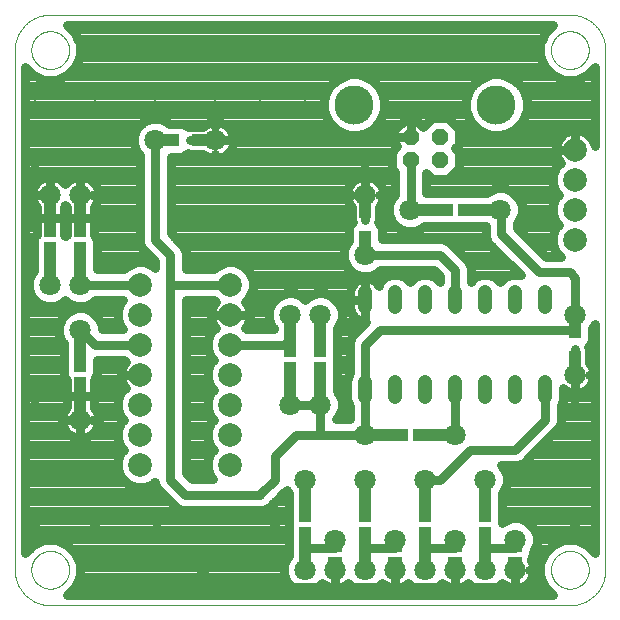
<source format=gtl>
G75*
%MOIN*%
%OFA0B0*%
%FSLAX25Y25*%
%IPPOS*%
%LPD*%
%AMOC8*
5,1,8,0,0,1.08239X$1,22.5*
%
%ADD10C,0.00000*%
%ADD11R,0.03937X0.10236*%
%ADD12C,0.07087*%
%ADD13C,0.07874*%
%ADD14C,0.04800*%
%ADD15R,0.12598X0.03937*%
%ADD16OC8,0.05610*%
%ADD17C,0.13055*%
%ADD18R,0.03937X0.12598*%
%ADD19R,0.10236X0.03937*%
%ADD20R,0.04724X0.03150*%
%ADD21C,0.03150*%
%ADD22C,0.03150*%
D10*
X0005724Y0017535D02*
X0005724Y0190764D01*
X0011236Y0190764D02*
X0011238Y0190922D01*
X0011244Y0191080D01*
X0011254Y0191238D01*
X0011268Y0191396D01*
X0011286Y0191553D01*
X0011307Y0191710D01*
X0011333Y0191866D01*
X0011363Y0192022D01*
X0011396Y0192177D01*
X0011434Y0192330D01*
X0011475Y0192483D01*
X0011520Y0192635D01*
X0011569Y0192786D01*
X0011622Y0192935D01*
X0011678Y0193083D01*
X0011738Y0193229D01*
X0011802Y0193374D01*
X0011870Y0193517D01*
X0011941Y0193659D01*
X0012015Y0193799D01*
X0012093Y0193936D01*
X0012175Y0194072D01*
X0012259Y0194206D01*
X0012348Y0194337D01*
X0012439Y0194466D01*
X0012534Y0194593D01*
X0012631Y0194718D01*
X0012732Y0194840D01*
X0012836Y0194959D01*
X0012943Y0195076D01*
X0013053Y0195190D01*
X0013166Y0195301D01*
X0013281Y0195410D01*
X0013399Y0195515D01*
X0013520Y0195617D01*
X0013643Y0195717D01*
X0013769Y0195813D01*
X0013897Y0195906D01*
X0014027Y0195996D01*
X0014160Y0196082D01*
X0014295Y0196166D01*
X0014431Y0196245D01*
X0014570Y0196322D01*
X0014711Y0196394D01*
X0014853Y0196464D01*
X0014997Y0196529D01*
X0015143Y0196591D01*
X0015290Y0196649D01*
X0015439Y0196704D01*
X0015589Y0196755D01*
X0015740Y0196802D01*
X0015892Y0196845D01*
X0016045Y0196884D01*
X0016200Y0196920D01*
X0016355Y0196951D01*
X0016511Y0196979D01*
X0016667Y0197003D01*
X0016824Y0197023D01*
X0016982Y0197039D01*
X0017139Y0197051D01*
X0017298Y0197059D01*
X0017456Y0197063D01*
X0017614Y0197063D01*
X0017772Y0197059D01*
X0017931Y0197051D01*
X0018088Y0197039D01*
X0018246Y0197023D01*
X0018403Y0197003D01*
X0018559Y0196979D01*
X0018715Y0196951D01*
X0018870Y0196920D01*
X0019025Y0196884D01*
X0019178Y0196845D01*
X0019330Y0196802D01*
X0019481Y0196755D01*
X0019631Y0196704D01*
X0019780Y0196649D01*
X0019927Y0196591D01*
X0020073Y0196529D01*
X0020217Y0196464D01*
X0020359Y0196394D01*
X0020500Y0196322D01*
X0020639Y0196245D01*
X0020775Y0196166D01*
X0020910Y0196082D01*
X0021043Y0195996D01*
X0021173Y0195906D01*
X0021301Y0195813D01*
X0021427Y0195717D01*
X0021550Y0195617D01*
X0021671Y0195515D01*
X0021789Y0195410D01*
X0021904Y0195301D01*
X0022017Y0195190D01*
X0022127Y0195076D01*
X0022234Y0194959D01*
X0022338Y0194840D01*
X0022439Y0194718D01*
X0022536Y0194593D01*
X0022631Y0194466D01*
X0022722Y0194337D01*
X0022811Y0194206D01*
X0022895Y0194072D01*
X0022977Y0193936D01*
X0023055Y0193799D01*
X0023129Y0193659D01*
X0023200Y0193517D01*
X0023268Y0193374D01*
X0023332Y0193229D01*
X0023392Y0193083D01*
X0023448Y0192935D01*
X0023501Y0192786D01*
X0023550Y0192635D01*
X0023595Y0192483D01*
X0023636Y0192330D01*
X0023674Y0192177D01*
X0023707Y0192022D01*
X0023737Y0191866D01*
X0023763Y0191710D01*
X0023784Y0191553D01*
X0023802Y0191396D01*
X0023816Y0191238D01*
X0023826Y0191080D01*
X0023832Y0190922D01*
X0023834Y0190764D01*
X0023832Y0190606D01*
X0023826Y0190448D01*
X0023816Y0190290D01*
X0023802Y0190132D01*
X0023784Y0189975D01*
X0023763Y0189818D01*
X0023737Y0189662D01*
X0023707Y0189506D01*
X0023674Y0189351D01*
X0023636Y0189198D01*
X0023595Y0189045D01*
X0023550Y0188893D01*
X0023501Y0188742D01*
X0023448Y0188593D01*
X0023392Y0188445D01*
X0023332Y0188299D01*
X0023268Y0188154D01*
X0023200Y0188011D01*
X0023129Y0187869D01*
X0023055Y0187729D01*
X0022977Y0187592D01*
X0022895Y0187456D01*
X0022811Y0187322D01*
X0022722Y0187191D01*
X0022631Y0187062D01*
X0022536Y0186935D01*
X0022439Y0186810D01*
X0022338Y0186688D01*
X0022234Y0186569D01*
X0022127Y0186452D01*
X0022017Y0186338D01*
X0021904Y0186227D01*
X0021789Y0186118D01*
X0021671Y0186013D01*
X0021550Y0185911D01*
X0021427Y0185811D01*
X0021301Y0185715D01*
X0021173Y0185622D01*
X0021043Y0185532D01*
X0020910Y0185446D01*
X0020775Y0185362D01*
X0020639Y0185283D01*
X0020500Y0185206D01*
X0020359Y0185134D01*
X0020217Y0185064D01*
X0020073Y0184999D01*
X0019927Y0184937D01*
X0019780Y0184879D01*
X0019631Y0184824D01*
X0019481Y0184773D01*
X0019330Y0184726D01*
X0019178Y0184683D01*
X0019025Y0184644D01*
X0018870Y0184608D01*
X0018715Y0184577D01*
X0018559Y0184549D01*
X0018403Y0184525D01*
X0018246Y0184505D01*
X0018088Y0184489D01*
X0017931Y0184477D01*
X0017772Y0184469D01*
X0017614Y0184465D01*
X0017456Y0184465D01*
X0017298Y0184469D01*
X0017139Y0184477D01*
X0016982Y0184489D01*
X0016824Y0184505D01*
X0016667Y0184525D01*
X0016511Y0184549D01*
X0016355Y0184577D01*
X0016200Y0184608D01*
X0016045Y0184644D01*
X0015892Y0184683D01*
X0015740Y0184726D01*
X0015589Y0184773D01*
X0015439Y0184824D01*
X0015290Y0184879D01*
X0015143Y0184937D01*
X0014997Y0184999D01*
X0014853Y0185064D01*
X0014711Y0185134D01*
X0014570Y0185206D01*
X0014431Y0185283D01*
X0014295Y0185362D01*
X0014160Y0185446D01*
X0014027Y0185532D01*
X0013897Y0185622D01*
X0013769Y0185715D01*
X0013643Y0185811D01*
X0013520Y0185911D01*
X0013399Y0186013D01*
X0013281Y0186118D01*
X0013166Y0186227D01*
X0013053Y0186338D01*
X0012943Y0186452D01*
X0012836Y0186569D01*
X0012732Y0186688D01*
X0012631Y0186810D01*
X0012534Y0186935D01*
X0012439Y0187062D01*
X0012348Y0187191D01*
X0012259Y0187322D01*
X0012175Y0187456D01*
X0012093Y0187592D01*
X0012015Y0187729D01*
X0011941Y0187869D01*
X0011870Y0188011D01*
X0011802Y0188154D01*
X0011738Y0188299D01*
X0011678Y0188445D01*
X0011622Y0188593D01*
X0011569Y0188742D01*
X0011520Y0188893D01*
X0011475Y0189045D01*
X0011434Y0189198D01*
X0011396Y0189351D01*
X0011363Y0189506D01*
X0011333Y0189662D01*
X0011307Y0189818D01*
X0011286Y0189975D01*
X0011268Y0190132D01*
X0011254Y0190290D01*
X0011244Y0190448D01*
X0011238Y0190606D01*
X0011236Y0190764D01*
X0005724Y0190764D02*
X0005727Y0191049D01*
X0005738Y0191335D01*
X0005755Y0191620D01*
X0005779Y0191904D01*
X0005810Y0192188D01*
X0005848Y0192471D01*
X0005893Y0192752D01*
X0005944Y0193033D01*
X0006002Y0193313D01*
X0006067Y0193591D01*
X0006139Y0193867D01*
X0006217Y0194141D01*
X0006302Y0194414D01*
X0006394Y0194684D01*
X0006492Y0194952D01*
X0006596Y0195218D01*
X0006707Y0195481D01*
X0006824Y0195741D01*
X0006947Y0195999D01*
X0007077Y0196253D01*
X0007213Y0196504D01*
X0007354Y0196752D01*
X0007502Y0196996D01*
X0007655Y0197237D01*
X0007815Y0197473D01*
X0007980Y0197706D01*
X0008150Y0197935D01*
X0008326Y0198160D01*
X0008508Y0198380D01*
X0008694Y0198596D01*
X0008886Y0198807D01*
X0009083Y0199014D01*
X0009285Y0199216D01*
X0009492Y0199413D01*
X0009703Y0199605D01*
X0009919Y0199791D01*
X0010139Y0199973D01*
X0010364Y0200149D01*
X0010593Y0200319D01*
X0010826Y0200484D01*
X0011062Y0200644D01*
X0011303Y0200797D01*
X0011547Y0200945D01*
X0011795Y0201086D01*
X0012046Y0201222D01*
X0012300Y0201352D01*
X0012558Y0201475D01*
X0012818Y0201592D01*
X0013081Y0201703D01*
X0013347Y0201807D01*
X0013615Y0201905D01*
X0013885Y0201997D01*
X0014158Y0202082D01*
X0014432Y0202160D01*
X0014708Y0202232D01*
X0014986Y0202297D01*
X0015266Y0202355D01*
X0015547Y0202406D01*
X0015828Y0202451D01*
X0016111Y0202489D01*
X0016395Y0202520D01*
X0016679Y0202544D01*
X0016964Y0202561D01*
X0017250Y0202572D01*
X0017535Y0202575D01*
X0190764Y0202575D01*
X0184465Y0190764D02*
X0184467Y0190922D01*
X0184473Y0191080D01*
X0184483Y0191238D01*
X0184497Y0191396D01*
X0184515Y0191553D01*
X0184536Y0191710D01*
X0184562Y0191866D01*
X0184592Y0192022D01*
X0184625Y0192177D01*
X0184663Y0192330D01*
X0184704Y0192483D01*
X0184749Y0192635D01*
X0184798Y0192786D01*
X0184851Y0192935D01*
X0184907Y0193083D01*
X0184967Y0193229D01*
X0185031Y0193374D01*
X0185099Y0193517D01*
X0185170Y0193659D01*
X0185244Y0193799D01*
X0185322Y0193936D01*
X0185404Y0194072D01*
X0185488Y0194206D01*
X0185577Y0194337D01*
X0185668Y0194466D01*
X0185763Y0194593D01*
X0185860Y0194718D01*
X0185961Y0194840D01*
X0186065Y0194959D01*
X0186172Y0195076D01*
X0186282Y0195190D01*
X0186395Y0195301D01*
X0186510Y0195410D01*
X0186628Y0195515D01*
X0186749Y0195617D01*
X0186872Y0195717D01*
X0186998Y0195813D01*
X0187126Y0195906D01*
X0187256Y0195996D01*
X0187389Y0196082D01*
X0187524Y0196166D01*
X0187660Y0196245D01*
X0187799Y0196322D01*
X0187940Y0196394D01*
X0188082Y0196464D01*
X0188226Y0196529D01*
X0188372Y0196591D01*
X0188519Y0196649D01*
X0188668Y0196704D01*
X0188818Y0196755D01*
X0188969Y0196802D01*
X0189121Y0196845D01*
X0189274Y0196884D01*
X0189429Y0196920D01*
X0189584Y0196951D01*
X0189740Y0196979D01*
X0189896Y0197003D01*
X0190053Y0197023D01*
X0190211Y0197039D01*
X0190368Y0197051D01*
X0190527Y0197059D01*
X0190685Y0197063D01*
X0190843Y0197063D01*
X0191001Y0197059D01*
X0191160Y0197051D01*
X0191317Y0197039D01*
X0191475Y0197023D01*
X0191632Y0197003D01*
X0191788Y0196979D01*
X0191944Y0196951D01*
X0192099Y0196920D01*
X0192254Y0196884D01*
X0192407Y0196845D01*
X0192559Y0196802D01*
X0192710Y0196755D01*
X0192860Y0196704D01*
X0193009Y0196649D01*
X0193156Y0196591D01*
X0193302Y0196529D01*
X0193446Y0196464D01*
X0193588Y0196394D01*
X0193729Y0196322D01*
X0193868Y0196245D01*
X0194004Y0196166D01*
X0194139Y0196082D01*
X0194272Y0195996D01*
X0194402Y0195906D01*
X0194530Y0195813D01*
X0194656Y0195717D01*
X0194779Y0195617D01*
X0194900Y0195515D01*
X0195018Y0195410D01*
X0195133Y0195301D01*
X0195246Y0195190D01*
X0195356Y0195076D01*
X0195463Y0194959D01*
X0195567Y0194840D01*
X0195668Y0194718D01*
X0195765Y0194593D01*
X0195860Y0194466D01*
X0195951Y0194337D01*
X0196040Y0194206D01*
X0196124Y0194072D01*
X0196206Y0193936D01*
X0196284Y0193799D01*
X0196358Y0193659D01*
X0196429Y0193517D01*
X0196497Y0193374D01*
X0196561Y0193229D01*
X0196621Y0193083D01*
X0196677Y0192935D01*
X0196730Y0192786D01*
X0196779Y0192635D01*
X0196824Y0192483D01*
X0196865Y0192330D01*
X0196903Y0192177D01*
X0196936Y0192022D01*
X0196966Y0191866D01*
X0196992Y0191710D01*
X0197013Y0191553D01*
X0197031Y0191396D01*
X0197045Y0191238D01*
X0197055Y0191080D01*
X0197061Y0190922D01*
X0197063Y0190764D01*
X0197061Y0190606D01*
X0197055Y0190448D01*
X0197045Y0190290D01*
X0197031Y0190132D01*
X0197013Y0189975D01*
X0196992Y0189818D01*
X0196966Y0189662D01*
X0196936Y0189506D01*
X0196903Y0189351D01*
X0196865Y0189198D01*
X0196824Y0189045D01*
X0196779Y0188893D01*
X0196730Y0188742D01*
X0196677Y0188593D01*
X0196621Y0188445D01*
X0196561Y0188299D01*
X0196497Y0188154D01*
X0196429Y0188011D01*
X0196358Y0187869D01*
X0196284Y0187729D01*
X0196206Y0187592D01*
X0196124Y0187456D01*
X0196040Y0187322D01*
X0195951Y0187191D01*
X0195860Y0187062D01*
X0195765Y0186935D01*
X0195668Y0186810D01*
X0195567Y0186688D01*
X0195463Y0186569D01*
X0195356Y0186452D01*
X0195246Y0186338D01*
X0195133Y0186227D01*
X0195018Y0186118D01*
X0194900Y0186013D01*
X0194779Y0185911D01*
X0194656Y0185811D01*
X0194530Y0185715D01*
X0194402Y0185622D01*
X0194272Y0185532D01*
X0194139Y0185446D01*
X0194004Y0185362D01*
X0193868Y0185283D01*
X0193729Y0185206D01*
X0193588Y0185134D01*
X0193446Y0185064D01*
X0193302Y0184999D01*
X0193156Y0184937D01*
X0193009Y0184879D01*
X0192860Y0184824D01*
X0192710Y0184773D01*
X0192559Y0184726D01*
X0192407Y0184683D01*
X0192254Y0184644D01*
X0192099Y0184608D01*
X0191944Y0184577D01*
X0191788Y0184549D01*
X0191632Y0184525D01*
X0191475Y0184505D01*
X0191317Y0184489D01*
X0191160Y0184477D01*
X0191001Y0184469D01*
X0190843Y0184465D01*
X0190685Y0184465D01*
X0190527Y0184469D01*
X0190368Y0184477D01*
X0190211Y0184489D01*
X0190053Y0184505D01*
X0189896Y0184525D01*
X0189740Y0184549D01*
X0189584Y0184577D01*
X0189429Y0184608D01*
X0189274Y0184644D01*
X0189121Y0184683D01*
X0188969Y0184726D01*
X0188818Y0184773D01*
X0188668Y0184824D01*
X0188519Y0184879D01*
X0188372Y0184937D01*
X0188226Y0184999D01*
X0188082Y0185064D01*
X0187940Y0185134D01*
X0187799Y0185206D01*
X0187660Y0185283D01*
X0187524Y0185362D01*
X0187389Y0185446D01*
X0187256Y0185532D01*
X0187126Y0185622D01*
X0186998Y0185715D01*
X0186872Y0185811D01*
X0186749Y0185911D01*
X0186628Y0186013D01*
X0186510Y0186118D01*
X0186395Y0186227D01*
X0186282Y0186338D01*
X0186172Y0186452D01*
X0186065Y0186569D01*
X0185961Y0186688D01*
X0185860Y0186810D01*
X0185763Y0186935D01*
X0185668Y0187062D01*
X0185577Y0187191D01*
X0185488Y0187322D01*
X0185404Y0187456D01*
X0185322Y0187592D01*
X0185244Y0187729D01*
X0185170Y0187869D01*
X0185099Y0188011D01*
X0185031Y0188154D01*
X0184967Y0188299D01*
X0184907Y0188445D01*
X0184851Y0188593D01*
X0184798Y0188742D01*
X0184749Y0188893D01*
X0184704Y0189045D01*
X0184663Y0189198D01*
X0184625Y0189351D01*
X0184592Y0189506D01*
X0184562Y0189662D01*
X0184536Y0189818D01*
X0184515Y0189975D01*
X0184497Y0190132D01*
X0184483Y0190290D01*
X0184473Y0190448D01*
X0184467Y0190606D01*
X0184465Y0190764D01*
X0190764Y0202575D02*
X0191049Y0202572D01*
X0191335Y0202561D01*
X0191620Y0202544D01*
X0191904Y0202520D01*
X0192188Y0202489D01*
X0192471Y0202451D01*
X0192752Y0202406D01*
X0193033Y0202355D01*
X0193313Y0202297D01*
X0193591Y0202232D01*
X0193867Y0202160D01*
X0194141Y0202082D01*
X0194414Y0201997D01*
X0194684Y0201905D01*
X0194952Y0201807D01*
X0195218Y0201703D01*
X0195481Y0201592D01*
X0195741Y0201475D01*
X0195999Y0201352D01*
X0196253Y0201222D01*
X0196504Y0201086D01*
X0196752Y0200945D01*
X0196996Y0200797D01*
X0197237Y0200644D01*
X0197473Y0200484D01*
X0197706Y0200319D01*
X0197935Y0200149D01*
X0198160Y0199973D01*
X0198380Y0199791D01*
X0198596Y0199605D01*
X0198807Y0199413D01*
X0199014Y0199216D01*
X0199216Y0199014D01*
X0199413Y0198807D01*
X0199605Y0198596D01*
X0199791Y0198380D01*
X0199973Y0198160D01*
X0200149Y0197935D01*
X0200319Y0197706D01*
X0200484Y0197473D01*
X0200644Y0197237D01*
X0200797Y0196996D01*
X0200945Y0196752D01*
X0201086Y0196504D01*
X0201222Y0196253D01*
X0201352Y0195999D01*
X0201475Y0195741D01*
X0201592Y0195481D01*
X0201703Y0195218D01*
X0201807Y0194952D01*
X0201905Y0194684D01*
X0201997Y0194414D01*
X0202082Y0194141D01*
X0202160Y0193867D01*
X0202232Y0193591D01*
X0202297Y0193313D01*
X0202355Y0193033D01*
X0202406Y0192752D01*
X0202451Y0192471D01*
X0202489Y0192188D01*
X0202520Y0191904D01*
X0202544Y0191620D01*
X0202561Y0191335D01*
X0202572Y0191049D01*
X0202575Y0190764D01*
X0202575Y0017535D01*
X0184465Y0017535D02*
X0184467Y0017693D01*
X0184473Y0017851D01*
X0184483Y0018009D01*
X0184497Y0018167D01*
X0184515Y0018324D01*
X0184536Y0018481D01*
X0184562Y0018637D01*
X0184592Y0018793D01*
X0184625Y0018948D01*
X0184663Y0019101D01*
X0184704Y0019254D01*
X0184749Y0019406D01*
X0184798Y0019557D01*
X0184851Y0019706D01*
X0184907Y0019854D01*
X0184967Y0020000D01*
X0185031Y0020145D01*
X0185099Y0020288D01*
X0185170Y0020430D01*
X0185244Y0020570D01*
X0185322Y0020707D01*
X0185404Y0020843D01*
X0185488Y0020977D01*
X0185577Y0021108D01*
X0185668Y0021237D01*
X0185763Y0021364D01*
X0185860Y0021489D01*
X0185961Y0021611D01*
X0186065Y0021730D01*
X0186172Y0021847D01*
X0186282Y0021961D01*
X0186395Y0022072D01*
X0186510Y0022181D01*
X0186628Y0022286D01*
X0186749Y0022388D01*
X0186872Y0022488D01*
X0186998Y0022584D01*
X0187126Y0022677D01*
X0187256Y0022767D01*
X0187389Y0022853D01*
X0187524Y0022937D01*
X0187660Y0023016D01*
X0187799Y0023093D01*
X0187940Y0023165D01*
X0188082Y0023235D01*
X0188226Y0023300D01*
X0188372Y0023362D01*
X0188519Y0023420D01*
X0188668Y0023475D01*
X0188818Y0023526D01*
X0188969Y0023573D01*
X0189121Y0023616D01*
X0189274Y0023655D01*
X0189429Y0023691D01*
X0189584Y0023722D01*
X0189740Y0023750D01*
X0189896Y0023774D01*
X0190053Y0023794D01*
X0190211Y0023810D01*
X0190368Y0023822D01*
X0190527Y0023830D01*
X0190685Y0023834D01*
X0190843Y0023834D01*
X0191001Y0023830D01*
X0191160Y0023822D01*
X0191317Y0023810D01*
X0191475Y0023794D01*
X0191632Y0023774D01*
X0191788Y0023750D01*
X0191944Y0023722D01*
X0192099Y0023691D01*
X0192254Y0023655D01*
X0192407Y0023616D01*
X0192559Y0023573D01*
X0192710Y0023526D01*
X0192860Y0023475D01*
X0193009Y0023420D01*
X0193156Y0023362D01*
X0193302Y0023300D01*
X0193446Y0023235D01*
X0193588Y0023165D01*
X0193729Y0023093D01*
X0193868Y0023016D01*
X0194004Y0022937D01*
X0194139Y0022853D01*
X0194272Y0022767D01*
X0194402Y0022677D01*
X0194530Y0022584D01*
X0194656Y0022488D01*
X0194779Y0022388D01*
X0194900Y0022286D01*
X0195018Y0022181D01*
X0195133Y0022072D01*
X0195246Y0021961D01*
X0195356Y0021847D01*
X0195463Y0021730D01*
X0195567Y0021611D01*
X0195668Y0021489D01*
X0195765Y0021364D01*
X0195860Y0021237D01*
X0195951Y0021108D01*
X0196040Y0020977D01*
X0196124Y0020843D01*
X0196206Y0020707D01*
X0196284Y0020570D01*
X0196358Y0020430D01*
X0196429Y0020288D01*
X0196497Y0020145D01*
X0196561Y0020000D01*
X0196621Y0019854D01*
X0196677Y0019706D01*
X0196730Y0019557D01*
X0196779Y0019406D01*
X0196824Y0019254D01*
X0196865Y0019101D01*
X0196903Y0018948D01*
X0196936Y0018793D01*
X0196966Y0018637D01*
X0196992Y0018481D01*
X0197013Y0018324D01*
X0197031Y0018167D01*
X0197045Y0018009D01*
X0197055Y0017851D01*
X0197061Y0017693D01*
X0197063Y0017535D01*
X0197061Y0017377D01*
X0197055Y0017219D01*
X0197045Y0017061D01*
X0197031Y0016903D01*
X0197013Y0016746D01*
X0196992Y0016589D01*
X0196966Y0016433D01*
X0196936Y0016277D01*
X0196903Y0016122D01*
X0196865Y0015969D01*
X0196824Y0015816D01*
X0196779Y0015664D01*
X0196730Y0015513D01*
X0196677Y0015364D01*
X0196621Y0015216D01*
X0196561Y0015070D01*
X0196497Y0014925D01*
X0196429Y0014782D01*
X0196358Y0014640D01*
X0196284Y0014500D01*
X0196206Y0014363D01*
X0196124Y0014227D01*
X0196040Y0014093D01*
X0195951Y0013962D01*
X0195860Y0013833D01*
X0195765Y0013706D01*
X0195668Y0013581D01*
X0195567Y0013459D01*
X0195463Y0013340D01*
X0195356Y0013223D01*
X0195246Y0013109D01*
X0195133Y0012998D01*
X0195018Y0012889D01*
X0194900Y0012784D01*
X0194779Y0012682D01*
X0194656Y0012582D01*
X0194530Y0012486D01*
X0194402Y0012393D01*
X0194272Y0012303D01*
X0194139Y0012217D01*
X0194004Y0012133D01*
X0193868Y0012054D01*
X0193729Y0011977D01*
X0193588Y0011905D01*
X0193446Y0011835D01*
X0193302Y0011770D01*
X0193156Y0011708D01*
X0193009Y0011650D01*
X0192860Y0011595D01*
X0192710Y0011544D01*
X0192559Y0011497D01*
X0192407Y0011454D01*
X0192254Y0011415D01*
X0192099Y0011379D01*
X0191944Y0011348D01*
X0191788Y0011320D01*
X0191632Y0011296D01*
X0191475Y0011276D01*
X0191317Y0011260D01*
X0191160Y0011248D01*
X0191001Y0011240D01*
X0190843Y0011236D01*
X0190685Y0011236D01*
X0190527Y0011240D01*
X0190368Y0011248D01*
X0190211Y0011260D01*
X0190053Y0011276D01*
X0189896Y0011296D01*
X0189740Y0011320D01*
X0189584Y0011348D01*
X0189429Y0011379D01*
X0189274Y0011415D01*
X0189121Y0011454D01*
X0188969Y0011497D01*
X0188818Y0011544D01*
X0188668Y0011595D01*
X0188519Y0011650D01*
X0188372Y0011708D01*
X0188226Y0011770D01*
X0188082Y0011835D01*
X0187940Y0011905D01*
X0187799Y0011977D01*
X0187660Y0012054D01*
X0187524Y0012133D01*
X0187389Y0012217D01*
X0187256Y0012303D01*
X0187126Y0012393D01*
X0186998Y0012486D01*
X0186872Y0012582D01*
X0186749Y0012682D01*
X0186628Y0012784D01*
X0186510Y0012889D01*
X0186395Y0012998D01*
X0186282Y0013109D01*
X0186172Y0013223D01*
X0186065Y0013340D01*
X0185961Y0013459D01*
X0185860Y0013581D01*
X0185763Y0013706D01*
X0185668Y0013833D01*
X0185577Y0013962D01*
X0185488Y0014093D01*
X0185404Y0014227D01*
X0185322Y0014363D01*
X0185244Y0014500D01*
X0185170Y0014640D01*
X0185099Y0014782D01*
X0185031Y0014925D01*
X0184967Y0015070D01*
X0184907Y0015216D01*
X0184851Y0015364D01*
X0184798Y0015513D01*
X0184749Y0015664D01*
X0184704Y0015816D01*
X0184663Y0015969D01*
X0184625Y0016122D01*
X0184592Y0016277D01*
X0184562Y0016433D01*
X0184536Y0016589D01*
X0184515Y0016746D01*
X0184497Y0016903D01*
X0184483Y0017061D01*
X0184473Y0017219D01*
X0184467Y0017377D01*
X0184465Y0017535D01*
X0190764Y0005724D02*
X0191049Y0005727D01*
X0191335Y0005738D01*
X0191620Y0005755D01*
X0191904Y0005779D01*
X0192188Y0005810D01*
X0192471Y0005848D01*
X0192752Y0005893D01*
X0193033Y0005944D01*
X0193313Y0006002D01*
X0193591Y0006067D01*
X0193867Y0006139D01*
X0194141Y0006217D01*
X0194414Y0006302D01*
X0194684Y0006394D01*
X0194952Y0006492D01*
X0195218Y0006596D01*
X0195481Y0006707D01*
X0195741Y0006824D01*
X0195999Y0006947D01*
X0196253Y0007077D01*
X0196504Y0007213D01*
X0196752Y0007354D01*
X0196996Y0007502D01*
X0197237Y0007655D01*
X0197473Y0007815D01*
X0197706Y0007980D01*
X0197935Y0008150D01*
X0198160Y0008326D01*
X0198380Y0008508D01*
X0198596Y0008694D01*
X0198807Y0008886D01*
X0199014Y0009083D01*
X0199216Y0009285D01*
X0199413Y0009492D01*
X0199605Y0009703D01*
X0199791Y0009919D01*
X0199973Y0010139D01*
X0200149Y0010364D01*
X0200319Y0010593D01*
X0200484Y0010826D01*
X0200644Y0011062D01*
X0200797Y0011303D01*
X0200945Y0011547D01*
X0201086Y0011795D01*
X0201222Y0012046D01*
X0201352Y0012300D01*
X0201475Y0012558D01*
X0201592Y0012818D01*
X0201703Y0013081D01*
X0201807Y0013347D01*
X0201905Y0013615D01*
X0201997Y0013885D01*
X0202082Y0014158D01*
X0202160Y0014432D01*
X0202232Y0014708D01*
X0202297Y0014986D01*
X0202355Y0015266D01*
X0202406Y0015547D01*
X0202451Y0015828D01*
X0202489Y0016111D01*
X0202520Y0016395D01*
X0202544Y0016679D01*
X0202561Y0016964D01*
X0202572Y0017250D01*
X0202575Y0017535D01*
X0190764Y0005724D02*
X0017535Y0005724D01*
X0011236Y0017535D02*
X0011238Y0017693D01*
X0011244Y0017851D01*
X0011254Y0018009D01*
X0011268Y0018167D01*
X0011286Y0018324D01*
X0011307Y0018481D01*
X0011333Y0018637D01*
X0011363Y0018793D01*
X0011396Y0018948D01*
X0011434Y0019101D01*
X0011475Y0019254D01*
X0011520Y0019406D01*
X0011569Y0019557D01*
X0011622Y0019706D01*
X0011678Y0019854D01*
X0011738Y0020000D01*
X0011802Y0020145D01*
X0011870Y0020288D01*
X0011941Y0020430D01*
X0012015Y0020570D01*
X0012093Y0020707D01*
X0012175Y0020843D01*
X0012259Y0020977D01*
X0012348Y0021108D01*
X0012439Y0021237D01*
X0012534Y0021364D01*
X0012631Y0021489D01*
X0012732Y0021611D01*
X0012836Y0021730D01*
X0012943Y0021847D01*
X0013053Y0021961D01*
X0013166Y0022072D01*
X0013281Y0022181D01*
X0013399Y0022286D01*
X0013520Y0022388D01*
X0013643Y0022488D01*
X0013769Y0022584D01*
X0013897Y0022677D01*
X0014027Y0022767D01*
X0014160Y0022853D01*
X0014295Y0022937D01*
X0014431Y0023016D01*
X0014570Y0023093D01*
X0014711Y0023165D01*
X0014853Y0023235D01*
X0014997Y0023300D01*
X0015143Y0023362D01*
X0015290Y0023420D01*
X0015439Y0023475D01*
X0015589Y0023526D01*
X0015740Y0023573D01*
X0015892Y0023616D01*
X0016045Y0023655D01*
X0016200Y0023691D01*
X0016355Y0023722D01*
X0016511Y0023750D01*
X0016667Y0023774D01*
X0016824Y0023794D01*
X0016982Y0023810D01*
X0017139Y0023822D01*
X0017298Y0023830D01*
X0017456Y0023834D01*
X0017614Y0023834D01*
X0017772Y0023830D01*
X0017931Y0023822D01*
X0018088Y0023810D01*
X0018246Y0023794D01*
X0018403Y0023774D01*
X0018559Y0023750D01*
X0018715Y0023722D01*
X0018870Y0023691D01*
X0019025Y0023655D01*
X0019178Y0023616D01*
X0019330Y0023573D01*
X0019481Y0023526D01*
X0019631Y0023475D01*
X0019780Y0023420D01*
X0019927Y0023362D01*
X0020073Y0023300D01*
X0020217Y0023235D01*
X0020359Y0023165D01*
X0020500Y0023093D01*
X0020639Y0023016D01*
X0020775Y0022937D01*
X0020910Y0022853D01*
X0021043Y0022767D01*
X0021173Y0022677D01*
X0021301Y0022584D01*
X0021427Y0022488D01*
X0021550Y0022388D01*
X0021671Y0022286D01*
X0021789Y0022181D01*
X0021904Y0022072D01*
X0022017Y0021961D01*
X0022127Y0021847D01*
X0022234Y0021730D01*
X0022338Y0021611D01*
X0022439Y0021489D01*
X0022536Y0021364D01*
X0022631Y0021237D01*
X0022722Y0021108D01*
X0022811Y0020977D01*
X0022895Y0020843D01*
X0022977Y0020707D01*
X0023055Y0020570D01*
X0023129Y0020430D01*
X0023200Y0020288D01*
X0023268Y0020145D01*
X0023332Y0020000D01*
X0023392Y0019854D01*
X0023448Y0019706D01*
X0023501Y0019557D01*
X0023550Y0019406D01*
X0023595Y0019254D01*
X0023636Y0019101D01*
X0023674Y0018948D01*
X0023707Y0018793D01*
X0023737Y0018637D01*
X0023763Y0018481D01*
X0023784Y0018324D01*
X0023802Y0018167D01*
X0023816Y0018009D01*
X0023826Y0017851D01*
X0023832Y0017693D01*
X0023834Y0017535D01*
X0023832Y0017377D01*
X0023826Y0017219D01*
X0023816Y0017061D01*
X0023802Y0016903D01*
X0023784Y0016746D01*
X0023763Y0016589D01*
X0023737Y0016433D01*
X0023707Y0016277D01*
X0023674Y0016122D01*
X0023636Y0015969D01*
X0023595Y0015816D01*
X0023550Y0015664D01*
X0023501Y0015513D01*
X0023448Y0015364D01*
X0023392Y0015216D01*
X0023332Y0015070D01*
X0023268Y0014925D01*
X0023200Y0014782D01*
X0023129Y0014640D01*
X0023055Y0014500D01*
X0022977Y0014363D01*
X0022895Y0014227D01*
X0022811Y0014093D01*
X0022722Y0013962D01*
X0022631Y0013833D01*
X0022536Y0013706D01*
X0022439Y0013581D01*
X0022338Y0013459D01*
X0022234Y0013340D01*
X0022127Y0013223D01*
X0022017Y0013109D01*
X0021904Y0012998D01*
X0021789Y0012889D01*
X0021671Y0012784D01*
X0021550Y0012682D01*
X0021427Y0012582D01*
X0021301Y0012486D01*
X0021173Y0012393D01*
X0021043Y0012303D01*
X0020910Y0012217D01*
X0020775Y0012133D01*
X0020639Y0012054D01*
X0020500Y0011977D01*
X0020359Y0011905D01*
X0020217Y0011835D01*
X0020073Y0011770D01*
X0019927Y0011708D01*
X0019780Y0011650D01*
X0019631Y0011595D01*
X0019481Y0011544D01*
X0019330Y0011497D01*
X0019178Y0011454D01*
X0019025Y0011415D01*
X0018870Y0011379D01*
X0018715Y0011348D01*
X0018559Y0011320D01*
X0018403Y0011296D01*
X0018246Y0011276D01*
X0018088Y0011260D01*
X0017931Y0011248D01*
X0017772Y0011240D01*
X0017614Y0011236D01*
X0017456Y0011236D01*
X0017298Y0011240D01*
X0017139Y0011248D01*
X0016982Y0011260D01*
X0016824Y0011276D01*
X0016667Y0011296D01*
X0016511Y0011320D01*
X0016355Y0011348D01*
X0016200Y0011379D01*
X0016045Y0011415D01*
X0015892Y0011454D01*
X0015740Y0011497D01*
X0015589Y0011544D01*
X0015439Y0011595D01*
X0015290Y0011650D01*
X0015143Y0011708D01*
X0014997Y0011770D01*
X0014853Y0011835D01*
X0014711Y0011905D01*
X0014570Y0011977D01*
X0014431Y0012054D01*
X0014295Y0012133D01*
X0014160Y0012217D01*
X0014027Y0012303D01*
X0013897Y0012393D01*
X0013769Y0012486D01*
X0013643Y0012582D01*
X0013520Y0012682D01*
X0013399Y0012784D01*
X0013281Y0012889D01*
X0013166Y0012998D01*
X0013053Y0013109D01*
X0012943Y0013223D01*
X0012836Y0013340D01*
X0012732Y0013459D01*
X0012631Y0013581D01*
X0012534Y0013706D01*
X0012439Y0013833D01*
X0012348Y0013962D01*
X0012259Y0014093D01*
X0012175Y0014227D01*
X0012093Y0014363D01*
X0012015Y0014500D01*
X0011941Y0014640D01*
X0011870Y0014782D01*
X0011802Y0014925D01*
X0011738Y0015070D01*
X0011678Y0015216D01*
X0011622Y0015364D01*
X0011569Y0015513D01*
X0011520Y0015664D01*
X0011475Y0015816D01*
X0011434Y0015969D01*
X0011396Y0016122D01*
X0011363Y0016277D01*
X0011333Y0016433D01*
X0011307Y0016589D01*
X0011286Y0016746D01*
X0011268Y0016903D01*
X0011254Y0017061D01*
X0011244Y0017219D01*
X0011238Y0017377D01*
X0011236Y0017535D01*
X0005724Y0017535D02*
X0005727Y0017250D01*
X0005738Y0016964D01*
X0005755Y0016679D01*
X0005779Y0016395D01*
X0005810Y0016111D01*
X0005848Y0015828D01*
X0005893Y0015547D01*
X0005944Y0015266D01*
X0006002Y0014986D01*
X0006067Y0014708D01*
X0006139Y0014432D01*
X0006217Y0014158D01*
X0006302Y0013885D01*
X0006394Y0013615D01*
X0006492Y0013347D01*
X0006596Y0013081D01*
X0006707Y0012818D01*
X0006824Y0012558D01*
X0006947Y0012300D01*
X0007077Y0012046D01*
X0007213Y0011795D01*
X0007354Y0011547D01*
X0007502Y0011303D01*
X0007655Y0011062D01*
X0007815Y0010826D01*
X0007980Y0010593D01*
X0008150Y0010364D01*
X0008326Y0010139D01*
X0008508Y0009919D01*
X0008694Y0009703D01*
X0008886Y0009492D01*
X0009083Y0009285D01*
X0009285Y0009083D01*
X0009492Y0008886D01*
X0009703Y0008694D01*
X0009919Y0008508D01*
X0010139Y0008326D01*
X0010364Y0008150D01*
X0010593Y0007980D01*
X0010826Y0007815D01*
X0011062Y0007655D01*
X0011303Y0007502D01*
X0011547Y0007354D01*
X0011795Y0007213D01*
X0012046Y0007077D01*
X0012300Y0006947D01*
X0012558Y0006824D01*
X0012818Y0006707D01*
X0013081Y0006596D01*
X0013347Y0006492D01*
X0013615Y0006394D01*
X0013885Y0006302D01*
X0014158Y0006217D01*
X0014432Y0006139D01*
X0014708Y0006067D01*
X0014986Y0006002D01*
X0015266Y0005944D01*
X0015547Y0005893D01*
X0015828Y0005848D01*
X0016111Y0005810D01*
X0016395Y0005779D01*
X0016679Y0005755D01*
X0016964Y0005738D01*
X0017250Y0005727D01*
X0017535Y0005724D01*
D11*
X0122575Y0125488D03*
X0122575Y0139661D03*
X0192575Y0099661D03*
X0192575Y0085488D03*
D12*
X0192575Y0082575D03*
X0192575Y0102575D03*
X0167575Y0137575D03*
X0137575Y0137575D03*
X0122575Y0142575D03*
X0122575Y0122575D03*
X0107575Y0102575D03*
X0097575Y0102575D03*
X0097575Y0072575D03*
X0107575Y0072575D03*
X0122575Y0062575D03*
X0122575Y0047575D03*
X0142575Y0047575D03*
X0152575Y0062575D03*
X0162575Y0047575D03*
X0172575Y0027575D03*
X0172575Y0017575D03*
X0162575Y0017575D03*
X0152575Y0017575D03*
X0152575Y0027575D03*
X0142575Y0017575D03*
X0132575Y0017575D03*
X0132575Y0027575D03*
X0122575Y0017575D03*
X0112575Y0017575D03*
X0112575Y0027575D03*
X0102575Y0017575D03*
X0102575Y0047575D03*
X0027575Y0067575D03*
X0027575Y0097575D03*
X0027575Y0112575D03*
X0017575Y0112575D03*
X0017575Y0142575D03*
X0027575Y0142575D03*
X0052575Y0160724D03*
X0072575Y0160724D03*
D13*
X0077575Y0112575D03*
X0077575Y0102575D03*
X0077575Y0092575D03*
X0077575Y0082575D03*
X0077575Y0072575D03*
X0077575Y0062575D03*
X0077575Y0052575D03*
X0047575Y0052575D03*
X0047575Y0062575D03*
X0047575Y0072575D03*
X0047575Y0082575D03*
X0047575Y0092575D03*
X0047575Y0102575D03*
X0047575Y0112575D03*
X0192575Y0127575D03*
X0192575Y0137575D03*
X0192575Y0147575D03*
X0192575Y0157575D03*
D14*
X0182575Y0109975D02*
X0182575Y0105175D01*
X0172575Y0105175D02*
X0172575Y0109975D01*
X0162575Y0109975D02*
X0162575Y0105175D01*
X0152575Y0105175D02*
X0152575Y0109975D01*
X0142575Y0109975D02*
X0142575Y0105175D01*
X0132575Y0105175D02*
X0132575Y0109975D01*
X0122575Y0109975D02*
X0122575Y0105175D01*
X0122575Y0079975D02*
X0122575Y0075175D01*
X0132575Y0075175D02*
X0132575Y0079975D01*
X0142575Y0079975D02*
X0142575Y0075175D01*
X0152575Y0075175D02*
X0152575Y0079975D01*
X0162575Y0079975D02*
X0162575Y0075175D01*
X0172575Y0075175D02*
X0172575Y0079975D01*
X0182575Y0079975D02*
X0182575Y0075175D01*
D15*
X0144661Y0062575D03*
X0130488Y0062575D03*
X0145488Y0137575D03*
X0159661Y0137575D03*
D16*
X0147496Y0154031D03*
X0147496Y0161906D03*
X0137654Y0161906D03*
X0137654Y0154031D03*
D17*
X0118874Y0172575D03*
X0166276Y0172575D03*
D18*
X0107575Y0094661D03*
X0097575Y0094661D03*
X0097575Y0080488D03*
X0107575Y0080488D03*
X0102575Y0039661D03*
X0102575Y0025488D03*
X0122575Y0025488D03*
X0122575Y0039661D03*
X0142575Y0039661D03*
X0142575Y0025488D03*
X0162575Y0025488D03*
X0162575Y0039661D03*
X0027575Y0075488D03*
X0027575Y0089661D03*
X0027575Y0120488D03*
X0017575Y0120488D03*
X0017575Y0134661D03*
X0027575Y0134661D03*
D19*
X0055488Y0160724D03*
X0069661Y0160724D03*
D20*
X0112575Y0024661D03*
X0112575Y0020488D03*
X0132575Y0020488D03*
X0132575Y0024661D03*
X0152575Y0024661D03*
X0152575Y0020488D03*
X0172575Y0020488D03*
X0172575Y0024661D03*
D21*
X0163402Y0024661D01*
X0162575Y0025488D01*
X0162575Y0017575D01*
X0164943Y0011857D02*
X0171173Y0011787D01*
X0172575Y0012575D01*
X0172575Y0017575D01*
X0172575Y0017575D01*
X0172575Y0019543D01*
X0172575Y0019543D01*
X0172575Y0017575D01*
X0172575Y0020488D01*
X0172575Y0018317D02*
X0172575Y0018317D01*
X0172575Y0017575D02*
X0170661Y0017575D01*
X0172575Y0017575D02*
X0172575Y0017575D01*
X0172575Y0011457D01*
X0173056Y0011457D01*
X0174007Y0011607D01*
X0174923Y0011905D01*
X0175781Y0012342D01*
X0176560Y0012908D01*
X0177241Y0013589D01*
X0177807Y0014368D01*
X0178245Y0015226D01*
X0178542Y0016142D01*
X0178693Y0017093D01*
X0178693Y0017575D01*
X0178693Y0018056D01*
X0178542Y0019007D01*
X0178245Y0019923D01*
X0177807Y0020781D01*
X0177738Y0020877D01*
X0177941Y0021079D01*
X0178480Y0022382D01*
X0178480Y0023458D01*
X0178583Y0023561D01*
X0179661Y0026165D01*
X0179661Y0028984D01*
X0178583Y0031589D01*
X0176589Y0033583D01*
X0173984Y0034661D01*
X0171165Y0034661D01*
X0168561Y0033583D01*
X0168087Y0033109D01*
X0168087Y0043065D01*
X0168583Y0043561D01*
X0169661Y0046165D01*
X0169661Y0048984D01*
X0168583Y0051589D01*
X0167715Y0052457D01*
X0173593Y0052457D01*
X0175474Y0053236D01*
X0176914Y0054676D01*
X0186914Y0064676D01*
X0187693Y0066557D01*
X0187693Y0072000D01*
X0188518Y0073993D01*
X0188518Y0077979D01*
X0188589Y0077908D01*
X0189368Y0077342D01*
X0190226Y0076905D01*
X0191142Y0076607D01*
X0192093Y0076457D01*
X0192575Y0076457D01*
X0193056Y0076457D01*
X0194007Y0076607D01*
X0194923Y0076905D01*
X0195781Y0077342D01*
X0196560Y0077908D01*
X0197241Y0078589D01*
X0197807Y0079368D01*
X0198245Y0080226D01*
X0198542Y0081142D01*
X0198693Y0082093D01*
X0198693Y0082575D01*
X0198693Y0083056D01*
X0198542Y0084007D01*
X0198245Y0084923D01*
X0197807Y0085781D01*
X0197241Y0086560D01*
X0197118Y0086684D01*
X0197118Y0090860D01*
X0197019Y0091357D01*
X0196829Y0091818D01*
X0197547Y0092536D01*
X0198087Y0093838D01*
X0198087Y0098065D01*
X0198583Y0098561D01*
X0199000Y0099568D01*
X0199000Y0023263D01*
X0196357Y0025906D01*
X0192728Y0027409D01*
X0188800Y0027409D01*
X0185171Y0025906D01*
X0182393Y0023129D01*
X0180890Y0019499D01*
X0180890Y0015571D01*
X0182393Y0011942D01*
X0185036Y0009299D01*
X0023263Y0009299D01*
X0025906Y0011942D01*
X0027409Y0015571D01*
X0027409Y0019499D01*
X0025906Y0023129D01*
X0023129Y0025906D01*
X0019499Y0027409D01*
X0015571Y0027409D01*
X0011942Y0025906D01*
X0009299Y0023263D01*
X0009299Y0185036D01*
X0011942Y0182393D01*
X0015571Y0180890D01*
X0019499Y0180890D01*
X0023129Y0182393D01*
X0025906Y0185171D01*
X0027409Y0188800D01*
X0027409Y0192728D01*
X0025906Y0196357D01*
X0023263Y0199000D01*
X0185036Y0199000D01*
X0182393Y0196357D01*
X0180890Y0192728D01*
X0180890Y0188800D01*
X0182393Y0185171D01*
X0185171Y0182393D01*
X0188800Y0180890D01*
X0192728Y0180890D01*
X0196357Y0182393D01*
X0199000Y0185036D01*
X0199000Y0158659D01*
X0198975Y0158848D01*
X0198754Y0159672D01*
X0198428Y0160461D01*
X0198001Y0161200D01*
X0197481Y0161878D01*
X0196878Y0162481D01*
X0196200Y0163001D01*
X0195461Y0163428D01*
X0194672Y0163754D01*
X0193848Y0163975D01*
X0193002Y0164087D01*
X0192575Y0164087D01*
X0192575Y0157575D01*
X0192575Y0157575D01*
X0192575Y0164087D01*
X0192148Y0164087D01*
X0191302Y0163975D01*
X0190477Y0163754D01*
X0189689Y0163428D01*
X0188949Y0163001D01*
X0188272Y0162481D01*
X0187668Y0161878D01*
X0187149Y0161200D01*
X0186722Y0160461D01*
X0186395Y0159672D01*
X0186174Y0158848D01*
X0186063Y0158002D01*
X0186063Y0157575D01*
X0192575Y0157575D01*
X0192575Y0157575D01*
X0186063Y0157575D01*
X0186063Y0157148D01*
X0186174Y0156302D01*
X0186395Y0155477D01*
X0186722Y0154689D01*
X0187149Y0153949D01*
X0187668Y0153272D01*
X0187681Y0153260D01*
X0186233Y0151812D01*
X0185094Y0149063D01*
X0185094Y0146087D01*
X0186233Y0143338D01*
X0186996Y0142575D01*
X0186233Y0141812D01*
X0185094Y0139063D01*
X0185094Y0136087D01*
X0186233Y0133338D01*
X0186996Y0132575D01*
X0186233Y0131812D01*
X0185094Y0129063D01*
X0185094Y0126087D01*
X0186233Y0123338D01*
X0187705Y0121866D01*
X0182648Y0121866D01*
X0173047Y0131466D01*
X0173047Y0133025D01*
X0173583Y0133561D01*
X0174661Y0136165D01*
X0174661Y0138984D01*
X0173583Y0141589D01*
X0171589Y0143583D01*
X0168984Y0144661D01*
X0166165Y0144661D01*
X0163561Y0143583D01*
X0163065Y0143087D01*
X0152657Y0143087D01*
X0152575Y0143052D01*
X0152492Y0143087D01*
X0142772Y0143087D01*
X0142772Y0149778D01*
X0144866Y0147683D01*
X0150126Y0147683D01*
X0153844Y0151402D01*
X0153844Y0156661D01*
X0152537Y0157968D01*
X0153844Y0159276D01*
X0153844Y0164535D01*
X0150126Y0168254D01*
X0144866Y0168254D01*
X0141890Y0165277D01*
X0139882Y0167285D01*
X0137654Y0167285D01*
X0137654Y0161906D01*
X0137653Y0161906D01*
X0137653Y0161905D01*
X0132274Y0161905D01*
X0132274Y0159677D01*
X0133297Y0158653D01*
X0131305Y0156661D01*
X0131305Y0151402D01*
X0132535Y0150172D01*
X0132535Y0142557D01*
X0131567Y0141589D01*
X0130488Y0138984D01*
X0130488Y0136165D01*
X0131567Y0133561D01*
X0133561Y0131567D01*
X0136165Y0130488D01*
X0138984Y0130488D01*
X0141589Y0131567D01*
X0142085Y0132063D01*
X0152492Y0132063D01*
X0152575Y0132097D01*
X0152657Y0132063D01*
X0162811Y0132063D01*
X0162811Y0128328D01*
X0163590Y0126447D01*
X0174376Y0115662D01*
X0173757Y0115918D01*
X0171393Y0115918D01*
X0169208Y0115013D01*
X0167575Y0113380D01*
X0165941Y0115013D01*
X0163757Y0115918D01*
X0161393Y0115918D01*
X0159208Y0115013D01*
X0157693Y0113498D01*
X0157693Y0118593D01*
X0156914Y0120474D01*
X0155474Y0121914D01*
X0151914Y0125474D01*
X0150474Y0126914D01*
X0148593Y0127693D01*
X0128087Y0127693D01*
X0128087Y0131311D01*
X0127547Y0132613D01*
X0126829Y0133332D01*
X0127019Y0133792D01*
X0127118Y0134290D01*
X0127118Y0138466D01*
X0127241Y0138589D01*
X0127807Y0139368D01*
X0128245Y0140226D01*
X0128542Y0141142D01*
X0128693Y0142093D01*
X0128693Y0142575D01*
X0128693Y0143056D01*
X0128542Y0144007D01*
X0128245Y0144923D01*
X0127807Y0145781D01*
X0127241Y0146560D01*
X0126560Y0147241D01*
X0125781Y0147807D01*
X0124923Y0148245D01*
X0124007Y0148542D01*
X0123056Y0148693D01*
X0122575Y0148693D01*
X0122575Y0142575D01*
X0122575Y0142575D01*
X0122575Y0148693D01*
X0122093Y0148693D01*
X0121142Y0148542D01*
X0120226Y0148245D01*
X0119368Y0147807D01*
X0118589Y0147241D01*
X0117908Y0146560D01*
X0117342Y0145781D01*
X0116905Y0144923D01*
X0116607Y0144007D01*
X0116457Y0143056D01*
X0116457Y0142575D01*
X0118031Y0142575D01*
X0118031Y0142575D01*
X0116457Y0142575D01*
X0116457Y0142093D01*
X0116607Y0141142D01*
X0116905Y0140226D01*
X0117342Y0139368D01*
X0117908Y0138589D01*
X0118031Y0138466D01*
X0118031Y0134290D01*
X0118130Y0133792D01*
X0118321Y0133332D01*
X0117602Y0132613D01*
X0117063Y0131311D01*
X0117063Y0127085D01*
X0116567Y0126589D01*
X0115488Y0123984D01*
X0115488Y0121165D01*
X0116567Y0118561D01*
X0118561Y0116567D01*
X0121165Y0115488D01*
X0123984Y0115488D01*
X0126589Y0116567D01*
X0127479Y0117457D01*
X0145455Y0117457D01*
X0147457Y0115455D01*
X0147457Y0113498D01*
X0145941Y0115013D01*
X0143757Y0115918D01*
X0141393Y0115918D01*
X0139208Y0115013D01*
X0137575Y0113380D01*
X0135941Y0115013D01*
X0133757Y0115918D01*
X0131393Y0115918D01*
X0129208Y0115013D01*
X0127536Y0113341D01*
X0127046Y0112158D01*
X0126830Y0112582D01*
X0126369Y0113216D01*
X0125816Y0113769D01*
X0125182Y0114230D01*
X0124484Y0114585D01*
X0123740Y0114827D01*
X0122966Y0114950D01*
X0122575Y0114950D01*
X0122575Y0107575D01*
X0122575Y0107575D01*
X0122575Y0114950D01*
X0122183Y0114950D01*
X0121410Y0114827D01*
X0120665Y0114585D01*
X0119967Y0114230D01*
X0119334Y0113769D01*
X0118780Y0113216D01*
X0118320Y0112582D01*
X0117964Y0111884D01*
X0117722Y0111140D01*
X0117600Y0110366D01*
X0117600Y0107575D01*
X0122575Y0107575D01*
X0122575Y0100200D01*
X0122962Y0100200D01*
X0118236Y0095474D01*
X0117457Y0093593D01*
X0117457Y0083149D01*
X0116631Y0081157D01*
X0116631Y0073993D01*
X0117457Y0072000D01*
X0117457Y0067693D01*
X0112715Y0067693D01*
X0113583Y0068561D01*
X0114661Y0071165D01*
X0114661Y0073984D01*
X0113583Y0076589D01*
X0113087Y0077085D01*
X0113087Y0087492D01*
X0113052Y0087575D01*
X0113087Y0087657D01*
X0113087Y0098065D01*
X0113583Y0098561D01*
X0114661Y0101165D01*
X0114661Y0103984D01*
X0113583Y0106589D01*
X0111589Y0108583D01*
X0108984Y0109661D01*
X0106165Y0109661D01*
X0103561Y0108583D01*
X0102575Y0107597D01*
X0101589Y0108583D01*
X0098984Y0109661D01*
X0096165Y0109661D01*
X0093561Y0108583D01*
X0091567Y0106589D01*
X0090488Y0103984D01*
X0090488Y0101165D01*
X0091567Y0098561D01*
X0092063Y0098065D01*
X0092063Y0097693D01*
X0083035Y0097693D01*
X0082469Y0098260D01*
X0082481Y0098272D01*
X0083001Y0098949D01*
X0083428Y0099689D01*
X0083754Y0100477D01*
X0083975Y0101302D01*
X0084087Y0102148D01*
X0084087Y0102575D01*
X0084087Y0103002D01*
X0083975Y0103848D01*
X0083754Y0104672D01*
X0083428Y0105461D01*
X0083001Y0106200D01*
X0082481Y0106878D01*
X0082469Y0106890D01*
X0083916Y0108338D01*
X0085055Y0111087D01*
X0085055Y0114063D01*
X0083916Y0116812D01*
X0081812Y0118916D01*
X0079063Y0120055D01*
X0076087Y0120055D01*
X0073338Y0118916D01*
X0072114Y0117693D01*
X0062693Y0117693D01*
X0062693Y0123593D01*
X0061914Y0125474D01*
X0060474Y0126914D01*
X0057693Y0129695D01*
X0057693Y0155213D01*
X0061311Y0155213D01*
X0062613Y0155752D01*
X0063332Y0156471D01*
X0063792Y0156280D01*
X0064290Y0156181D01*
X0068466Y0156181D01*
X0068589Y0156058D01*
X0069368Y0155492D01*
X0070226Y0155055D01*
X0071142Y0154757D01*
X0072093Y0154606D01*
X0072575Y0154606D01*
X0073056Y0154606D01*
X0074007Y0154757D01*
X0074923Y0155055D01*
X0075781Y0155492D01*
X0076560Y0156058D01*
X0077241Y0156739D01*
X0077807Y0157518D01*
X0078245Y0158376D01*
X0078542Y0159292D01*
X0078693Y0160243D01*
X0078693Y0160724D01*
X0072575Y0160724D01*
X0072575Y0160724D01*
X0078693Y0160724D01*
X0078693Y0161206D01*
X0078542Y0162157D01*
X0078245Y0163073D01*
X0077807Y0163931D01*
X0077241Y0164710D01*
X0076560Y0165391D01*
X0075781Y0165957D01*
X0074923Y0166394D01*
X0074007Y0166692D01*
X0073056Y0166843D01*
X0072575Y0166843D01*
X0072575Y0165268D01*
X0072575Y0165268D01*
X0072575Y0166843D01*
X0072093Y0166843D01*
X0071142Y0166692D01*
X0070226Y0166394D01*
X0069368Y0165957D01*
X0068589Y0165391D01*
X0068466Y0165268D01*
X0064290Y0165268D01*
X0063792Y0165169D01*
X0063332Y0164978D01*
X0062613Y0165697D01*
X0061311Y0166236D01*
X0057085Y0166236D01*
X0056589Y0166732D01*
X0053984Y0167811D01*
X0051165Y0167811D01*
X0048561Y0166732D01*
X0046567Y0164739D01*
X0045488Y0162134D01*
X0045488Y0159315D01*
X0046567Y0156710D01*
X0047457Y0155821D01*
X0047457Y0126557D01*
X0048236Y0124676D01*
X0052457Y0120455D01*
X0052457Y0118272D01*
X0051812Y0118916D01*
X0049063Y0120055D01*
X0046087Y0120055D01*
X0043338Y0118916D01*
X0042114Y0117693D01*
X0033087Y0117693D01*
X0033087Y0127492D01*
X0032547Y0128795D01*
X0032118Y0129224D01*
X0032118Y0134661D01*
X0027575Y0134661D01*
X0027575Y0134661D01*
X0032118Y0134661D01*
X0032118Y0138466D01*
X0032241Y0138589D01*
X0032807Y0139368D01*
X0033245Y0140226D01*
X0033542Y0141142D01*
X0033693Y0142093D01*
X0033693Y0142575D01*
X0033693Y0143056D01*
X0033542Y0144007D01*
X0033245Y0144923D01*
X0032807Y0145781D01*
X0032241Y0146560D01*
X0031560Y0147241D01*
X0030781Y0147807D01*
X0029923Y0148245D01*
X0029007Y0148542D01*
X0028056Y0148693D01*
X0027575Y0148693D01*
X0027575Y0142575D01*
X0027575Y0142575D01*
X0027575Y0148693D01*
X0027093Y0148693D01*
X0026142Y0148542D01*
X0025226Y0148245D01*
X0024368Y0147807D01*
X0023589Y0147241D01*
X0022908Y0146560D01*
X0022575Y0146102D01*
X0022241Y0146560D01*
X0021560Y0147241D01*
X0020781Y0147807D01*
X0019923Y0148245D01*
X0019007Y0148542D01*
X0018056Y0148693D01*
X0017575Y0148693D01*
X0017575Y0142575D01*
X0017575Y0142575D01*
X0017575Y0148693D01*
X0017093Y0148693D01*
X0016142Y0148542D01*
X0015226Y0148245D01*
X0014368Y0147807D01*
X0013589Y0147241D01*
X0012908Y0146560D01*
X0012342Y0145781D01*
X0011905Y0144923D01*
X0011607Y0144007D01*
X0011457Y0143056D01*
X0011457Y0142575D01*
X0013588Y0142575D01*
X0013588Y0142575D01*
X0011457Y0142575D01*
X0011457Y0142093D01*
X0011607Y0141142D01*
X0011905Y0140226D01*
X0012342Y0139368D01*
X0012908Y0138589D01*
X0013031Y0138466D01*
X0013031Y0134661D01*
X0013031Y0129224D01*
X0012602Y0128795D01*
X0012063Y0127492D01*
X0012063Y0117085D01*
X0011567Y0116589D01*
X0010488Y0113984D01*
X0010488Y0111165D01*
X0011567Y0108561D01*
X0013561Y0106567D01*
X0016165Y0105488D01*
X0018984Y0105488D01*
X0021589Y0106567D01*
X0022575Y0107553D01*
X0023561Y0106567D01*
X0026165Y0105488D01*
X0028984Y0105488D01*
X0031589Y0106567D01*
X0032479Y0107457D01*
X0041878Y0107457D01*
X0041233Y0106812D01*
X0040094Y0104063D01*
X0040094Y0101087D01*
X0041233Y0098338D01*
X0041878Y0097693D01*
X0034695Y0097693D01*
X0034661Y0097726D01*
X0034661Y0098984D01*
X0033583Y0101589D01*
X0031589Y0103583D01*
X0028984Y0104661D01*
X0026165Y0104661D01*
X0023561Y0103583D01*
X0021567Y0101589D01*
X0020488Y0098984D01*
X0020488Y0096165D01*
X0021567Y0093561D01*
X0022063Y0093065D01*
X0022063Y0082657D01*
X0022602Y0081355D01*
X0023031Y0080926D01*
X0023031Y0075488D01*
X0023031Y0071684D01*
X0022908Y0071560D01*
X0022342Y0070781D01*
X0021905Y0069923D01*
X0021607Y0069007D01*
X0021457Y0068056D01*
X0021457Y0067575D01*
X0023588Y0067575D01*
X0023588Y0067575D01*
X0021457Y0067575D01*
X0021457Y0067093D01*
X0021607Y0066142D01*
X0021905Y0065226D01*
X0022342Y0064368D01*
X0022908Y0063589D01*
X0023589Y0062908D01*
X0024368Y0062342D01*
X0025226Y0061905D01*
X0026142Y0061607D01*
X0027093Y0061457D01*
X0027575Y0061457D01*
X0028056Y0061457D01*
X0029007Y0061607D01*
X0029923Y0061905D01*
X0030781Y0062342D01*
X0031560Y0062908D01*
X0032241Y0063589D01*
X0032807Y0064368D01*
X0033245Y0065226D01*
X0033542Y0066142D01*
X0033693Y0067093D01*
X0033693Y0067575D01*
X0033693Y0068056D01*
X0033542Y0069007D01*
X0033245Y0069923D01*
X0032807Y0070781D01*
X0032241Y0071560D01*
X0032118Y0071684D01*
X0032118Y0075488D01*
X0027575Y0075488D01*
X0027575Y0075488D01*
X0027575Y0067575D01*
X0027575Y0067575D01*
X0027575Y0073693D01*
X0027575Y0075488D01*
X0027575Y0075488D01*
X0032118Y0075488D01*
X0032118Y0080926D01*
X0032547Y0081355D01*
X0033087Y0082657D01*
X0033087Y0087457D01*
X0042114Y0087457D01*
X0042681Y0086890D01*
X0042668Y0086878D01*
X0042149Y0086200D01*
X0041722Y0085461D01*
X0041395Y0084672D01*
X0041174Y0083848D01*
X0041063Y0083002D01*
X0041063Y0082575D01*
X0047575Y0082575D01*
X0047575Y0082575D01*
X0041063Y0082575D01*
X0041063Y0082148D01*
X0041174Y0081302D01*
X0041395Y0080477D01*
X0041722Y0079689D01*
X0042149Y0078949D01*
X0042668Y0078272D01*
X0042681Y0078260D01*
X0041233Y0076812D01*
X0040094Y0074063D01*
X0040094Y0071087D01*
X0041233Y0068338D01*
X0041996Y0067575D01*
X0041233Y0066812D01*
X0040094Y0064063D01*
X0040094Y0061087D01*
X0041233Y0058338D01*
X0041996Y0057575D01*
X0041233Y0056812D01*
X0040094Y0054063D01*
X0040094Y0051087D01*
X0041233Y0048338D01*
X0043338Y0046233D01*
X0046087Y0045094D01*
X0049063Y0045094D01*
X0051812Y0046233D01*
X0052457Y0046878D01*
X0052457Y0046557D01*
X0053236Y0044676D01*
X0058236Y0039676D01*
X0059676Y0038236D01*
X0061557Y0037457D01*
X0086945Y0037457D01*
X0087321Y0037363D01*
X0087953Y0037457D01*
X0088593Y0037457D01*
X0088951Y0037605D01*
X0089335Y0037662D01*
X0089883Y0037991D01*
X0090474Y0038236D01*
X0090748Y0038510D01*
X0091081Y0038710D01*
X0091462Y0039223D01*
X0091914Y0039676D01*
X0091997Y0039877D01*
X0095238Y0043118D01*
X0096307Y0044187D01*
X0096567Y0043561D01*
X0097063Y0043065D01*
X0097063Y0032657D01*
X0097097Y0032575D01*
X0097063Y0032492D01*
X0097063Y0022085D01*
X0096567Y0021589D01*
X0095488Y0018984D01*
X0095488Y0016165D01*
X0096567Y0013561D01*
X0098561Y0011567D01*
X0101165Y0010488D01*
X0103984Y0010488D01*
X0106589Y0011567D01*
X0108260Y0013238D01*
X0108589Y0012908D01*
X0109368Y0012342D01*
X0110226Y0011905D01*
X0111142Y0011607D01*
X0112093Y0011457D01*
X0112575Y0011457D01*
X0113056Y0011457D01*
X0114007Y0011607D01*
X0114923Y0011905D01*
X0115781Y0012342D01*
X0116560Y0012908D01*
X0116890Y0013238D01*
X0118561Y0011567D01*
X0121165Y0010488D01*
X0123984Y0010488D01*
X0126589Y0011567D01*
X0128260Y0013238D01*
X0128589Y0012908D01*
X0129368Y0012342D01*
X0130226Y0011905D01*
X0131142Y0011607D01*
X0132093Y0011457D01*
X0132575Y0011457D01*
X0133056Y0011457D01*
X0134007Y0011607D01*
X0134923Y0011905D01*
X0135781Y0012342D01*
X0136560Y0012908D01*
X0136890Y0013238D01*
X0138561Y0011567D01*
X0141165Y0010488D01*
X0143984Y0010488D01*
X0146589Y0011567D01*
X0148260Y0013238D01*
X0148589Y0012908D01*
X0149368Y0012342D01*
X0150226Y0011905D01*
X0151142Y0011607D01*
X0152093Y0011457D01*
X0152575Y0011457D01*
X0153056Y0011457D01*
X0154007Y0011607D01*
X0154923Y0011905D01*
X0155781Y0012342D01*
X0156560Y0012908D01*
X0156890Y0013238D01*
X0158561Y0011567D01*
X0161165Y0010488D01*
X0163984Y0010488D01*
X0166589Y0011567D01*
X0168260Y0013238D01*
X0168589Y0012908D01*
X0169368Y0012342D01*
X0170226Y0011905D01*
X0171142Y0011607D01*
X0172093Y0011457D01*
X0172575Y0011457D01*
X0172575Y0017575D01*
X0172575Y0015169D02*
X0172575Y0015169D01*
X0172575Y0012021D02*
X0172575Y0012021D01*
X0175150Y0012021D02*
X0182361Y0012021D01*
X0181057Y0015169D02*
X0178215Y0015169D01*
X0178693Y0017575D02*
X0177139Y0017575D01*
X0178693Y0017575D01*
X0178652Y0018317D02*
X0180890Y0018317D01*
X0181704Y0021465D02*
X0178101Y0021465D01*
X0179019Y0024613D02*
X0183877Y0024613D01*
X0179661Y0027761D02*
X0199000Y0027761D01*
X0199000Y0024613D02*
X0197650Y0024613D01*
X0199000Y0030909D02*
X0178864Y0030909D01*
X0175442Y0034057D02*
X0199000Y0034057D01*
X0199000Y0037206D02*
X0168087Y0037206D01*
X0168087Y0040354D02*
X0199000Y0040354D01*
X0199000Y0043502D02*
X0168524Y0043502D01*
X0169661Y0046650D02*
X0199000Y0046650D01*
X0199000Y0049798D02*
X0169324Y0049798D01*
X0174775Y0052946D02*
X0199000Y0052946D01*
X0199000Y0056094D02*
X0178332Y0056094D01*
X0181481Y0059242D02*
X0199000Y0059242D01*
X0199000Y0062391D02*
X0184629Y0062391D01*
X0187271Y0065539D02*
X0199000Y0065539D01*
X0199000Y0068687D02*
X0187693Y0068687D01*
X0187693Y0071835D02*
X0199000Y0071835D01*
X0199000Y0074983D02*
X0188518Y0074983D01*
X0192575Y0076457D02*
X0192575Y0082575D01*
X0192575Y0082575D01*
X0192575Y0085488D01*
X0192575Y0085488D01*
X0192575Y0082575D01*
X0192575Y0076457D01*
X0192575Y0078131D02*
X0192575Y0078131D01*
X0192575Y0081279D02*
X0192575Y0081279D01*
X0192575Y0082575D02*
X0192575Y0082575D01*
X0192575Y0084427D02*
X0192575Y0084427D01*
X0192575Y0085488D02*
X0192575Y0088693D01*
X0192575Y0091000D01*
X0192575Y0085488D01*
X0192575Y0085488D01*
X0192575Y0087575D02*
X0192575Y0087575D01*
X0192575Y0090724D02*
X0192575Y0090724D01*
X0192575Y0091000D02*
X0192575Y0091000D01*
X0197118Y0090724D02*
X0199000Y0090724D01*
X0199000Y0093872D02*
X0198087Y0093872D01*
X0198087Y0097020D02*
X0199000Y0097020D01*
X0192575Y0097575D02*
X0192575Y0102575D01*
X0192575Y0114937D01*
X0190764Y0116748D01*
X0180528Y0116748D01*
X0167929Y0129346D01*
X0167929Y0137220D01*
X0167575Y0137575D01*
X0159661Y0137575D01*
X0162811Y0131649D02*
X0141671Y0131649D01*
X0145488Y0137575D02*
X0137575Y0137575D01*
X0137654Y0137654D01*
X0137654Y0154031D01*
X0131305Y0153686D02*
X0057693Y0153686D01*
X0057693Y0150538D02*
X0132169Y0150538D01*
X0132535Y0147390D02*
X0126356Y0147390D01*
X0128466Y0144242D02*
X0132535Y0144242D01*
X0131362Y0141093D02*
X0128526Y0141093D01*
X0128693Y0142575D02*
X0127118Y0142575D01*
X0127118Y0142575D01*
X0128693Y0142575D01*
X0127118Y0137945D02*
X0130488Y0137945D01*
X0131055Y0134797D02*
X0127118Y0134797D01*
X0127947Y0131649D02*
X0133479Y0131649D01*
X0128087Y0128501D02*
X0162811Y0128501D01*
X0164685Y0125353D02*
X0152035Y0125353D01*
X0151914Y0125474D02*
X0151914Y0125474D01*
X0155183Y0122205D02*
X0167833Y0122205D01*
X0170981Y0119057D02*
X0157501Y0119057D01*
X0157693Y0115909D02*
X0161369Y0115909D01*
X0163780Y0115909D02*
X0171369Y0115909D01*
X0173780Y0115909D02*
X0174129Y0115909D01*
X0182309Y0122205D02*
X0187366Y0122205D01*
X0185399Y0125353D02*
X0179161Y0125353D01*
X0176013Y0128501D02*
X0185094Y0128501D01*
X0186166Y0131649D02*
X0173047Y0131649D01*
X0174095Y0134797D02*
X0185629Y0134797D01*
X0185094Y0137945D02*
X0174661Y0137945D01*
X0173788Y0141093D02*
X0185936Y0141093D01*
X0185859Y0144242D02*
X0169998Y0144242D01*
X0165152Y0144242D02*
X0142772Y0144242D01*
X0142772Y0147390D02*
X0185094Y0147390D01*
X0185705Y0150538D02*
X0152980Y0150538D01*
X0153844Y0153686D02*
X0187351Y0153686D01*
X0186104Y0156834D02*
X0153672Y0156834D01*
X0153844Y0159982D02*
X0186524Y0159982D01*
X0189174Y0163130D02*
X0169939Y0163130D01*
X0170163Y0163190D02*
X0172459Y0164516D01*
X0174334Y0166391D01*
X0175660Y0168688D01*
X0176346Y0171249D01*
X0176346Y0173901D01*
X0175660Y0176462D01*
X0174334Y0178758D01*
X0172459Y0180633D01*
X0170163Y0181959D01*
X0167601Y0182646D01*
X0164950Y0182646D01*
X0162388Y0181959D01*
X0160092Y0180633D01*
X0158217Y0178758D01*
X0156891Y0176462D01*
X0156205Y0173901D01*
X0156205Y0171249D01*
X0156891Y0168688D01*
X0158217Y0166391D01*
X0160092Y0164516D01*
X0162388Y0163190D01*
X0164950Y0162504D01*
X0167601Y0162504D01*
X0170163Y0163190D01*
X0174222Y0166278D02*
X0199000Y0166278D01*
X0199000Y0163130D02*
X0195976Y0163130D01*
X0192575Y0163130D02*
X0192575Y0163130D01*
X0192575Y0159982D02*
X0192575Y0159982D01*
X0198626Y0159982D02*
X0199000Y0159982D01*
X0199000Y0169427D02*
X0175858Y0169427D01*
X0176346Y0172575D02*
X0199000Y0172575D01*
X0199000Y0175723D02*
X0175858Y0175723D01*
X0174222Y0178871D02*
X0199000Y0178871D01*
X0199000Y0182019D02*
X0195454Y0182019D01*
X0186073Y0182019D02*
X0169940Y0182019D01*
X0162611Y0182019D02*
X0122539Y0182019D01*
X0122761Y0181959D02*
X0120200Y0182646D01*
X0117548Y0182646D01*
X0114987Y0181959D01*
X0112690Y0180633D01*
X0110815Y0178758D01*
X0109489Y0176462D01*
X0108803Y0173901D01*
X0108803Y0171249D01*
X0109489Y0168688D01*
X0110815Y0166391D01*
X0112690Y0164516D01*
X0114987Y0163190D01*
X0117548Y0162504D01*
X0120200Y0162504D01*
X0122761Y0163190D01*
X0125058Y0164516D01*
X0126933Y0166391D01*
X0128259Y0168688D01*
X0128945Y0171249D01*
X0128945Y0173901D01*
X0128259Y0176462D01*
X0126933Y0178758D01*
X0125058Y0180633D01*
X0122761Y0181959D01*
X0126820Y0178871D02*
X0158329Y0178871D01*
X0156693Y0175723D02*
X0128457Y0175723D01*
X0128945Y0172575D02*
X0156205Y0172575D01*
X0156693Y0169427D02*
X0128457Y0169427D01*
X0126820Y0166278D02*
X0134418Y0166278D01*
X0135425Y0167285D02*
X0132274Y0164134D01*
X0132274Y0161906D01*
X0137653Y0161906D01*
X0137653Y0167285D01*
X0135425Y0167285D01*
X0137653Y0166278D02*
X0137654Y0166278D01*
X0137653Y0163130D02*
X0137654Y0163130D01*
X0140889Y0166278D02*
X0142891Y0166278D01*
X0152101Y0166278D02*
X0158330Y0166278D01*
X0162612Y0163130D02*
X0153844Y0163130D01*
X0132274Y0163130D02*
X0122537Y0163130D01*
X0115211Y0163130D02*
X0078215Y0163130D01*
X0078652Y0159982D02*
X0132274Y0159982D01*
X0131478Y0156834D02*
X0077311Y0156834D01*
X0072575Y0156181D02*
X0072575Y0154606D01*
X0072575Y0156181D01*
X0072575Y0156181D01*
X0072575Y0160724D02*
X0069662Y0160724D01*
X0069662Y0160724D01*
X0072575Y0160724D01*
X0072575Y0160724D01*
X0069661Y0160724D02*
X0066457Y0160724D01*
X0064150Y0160724D01*
X0064150Y0160724D01*
X0069661Y0160724D01*
X0069661Y0160724D01*
X0069999Y0166278D02*
X0057043Y0166278D01*
X0055488Y0160724D02*
X0052575Y0160724D01*
X0052575Y0127575D01*
X0057575Y0122575D01*
X0057575Y0112575D01*
X0077575Y0112575D01*
X0072114Y0107457D02*
X0072681Y0106890D01*
X0072668Y0106878D01*
X0072149Y0106200D01*
X0071722Y0105461D01*
X0071395Y0104672D01*
X0071174Y0103848D01*
X0071063Y0103002D01*
X0071063Y0102575D01*
X0077575Y0102575D01*
X0084087Y0102575D01*
X0077575Y0102575D01*
X0077575Y0102575D01*
X0077575Y0102575D01*
X0071063Y0102575D01*
X0071063Y0102148D01*
X0071174Y0101302D01*
X0071395Y0100477D01*
X0071722Y0099689D01*
X0072149Y0098949D01*
X0072668Y0098272D01*
X0072681Y0098260D01*
X0071233Y0096812D01*
X0070094Y0094063D01*
X0070094Y0091087D01*
X0071233Y0088338D01*
X0071996Y0087575D01*
X0071233Y0086812D01*
X0070094Y0084063D01*
X0070094Y0081087D01*
X0071233Y0078338D01*
X0071996Y0077575D01*
X0071233Y0076812D01*
X0070094Y0074063D01*
X0070094Y0071087D01*
X0071233Y0068338D01*
X0071996Y0067575D01*
X0071233Y0066812D01*
X0070094Y0064063D01*
X0070094Y0061087D01*
X0071233Y0058338D01*
X0071996Y0057575D01*
X0071233Y0056812D01*
X0070094Y0054063D01*
X0070094Y0051087D01*
X0071233Y0048338D01*
X0071878Y0047693D01*
X0064695Y0047693D01*
X0062693Y0049695D01*
X0062693Y0107457D01*
X0072114Y0107457D01*
X0072351Y0106464D02*
X0062693Y0106464D01*
X0062693Y0103316D02*
X0071104Y0103316D01*
X0071523Y0100168D02*
X0062693Y0100168D01*
X0062693Y0097020D02*
X0071441Y0097020D01*
X0070094Y0093872D02*
X0062693Y0093872D01*
X0062693Y0090724D02*
X0070245Y0090724D01*
X0071995Y0087575D02*
X0062693Y0087575D01*
X0062693Y0084427D02*
X0070246Y0084427D01*
X0070094Y0081279D02*
X0062693Y0081279D01*
X0062693Y0078131D02*
X0071440Y0078131D01*
X0070476Y0074983D02*
X0062693Y0074983D01*
X0062693Y0071835D02*
X0070094Y0071835D01*
X0071089Y0068687D02*
X0062693Y0068687D01*
X0062693Y0065539D02*
X0070706Y0065539D01*
X0070094Y0062391D02*
X0062693Y0062391D01*
X0062693Y0059242D02*
X0070858Y0059242D01*
X0070936Y0056094D02*
X0062693Y0056094D01*
X0062693Y0052946D02*
X0070094Y0052946D01*
X0070628Y0049798D02*
X0062693Y0049798D01*
X0057575Y0047575D02*
X0062575Y0042575D01*
X0087575Y0042575D01*
X0087614Y0042732D01*
X0092339Y0047457D01*
X0092339Y0055331D01*
X0099583Y0062575D01*
X0107575Y0062575D01*
X0107575Y0072575D01*
X0107575Y0080488D01*
X0113087Y0081279D02*
X0116682Y0081279D01*
X0116631Y0078131D02*
X0113087Y0078131D01*
X0114248Y0074983D02*
X0116631Y0074983D01*
X0117457Y0071835D02*
X0114661Y0071835D01*
X0113635Y0068687D02*
X0117457Y0068687D01*
X0122575Y0062575D02*
X0130488Y0062575D01*
X0107575Y0062575D01*
X0107575Y0072575D02*
X0097575Y0072575D01*
X0097575Y0080488D01*
X0095488Y0092575D02*
X0097575Y0094661D01*
X0097575Y0102575D01*
X0090901Y0100168D02*
X0083626Y0100168D01*
X0084045Y0103316D02*
X0090488Y0103316D01*
X0091515Y0106464D02*
X0082798Y0106464D01*
X0084444Y0109612D02*
X0096047Y0109612D01*
X0099103Y0109612D02*
X0106047Y0109612D01*
X0109103Y0109612D02*
X0117600Y0109612D01*
X0117600Y0107575D02*
X0117600Y0104783D01*
X0117722Y0104010D01*
X0117964Y0103265D01*
X0118320Y0102567D01*
X0118780Y0101934D01*
X0119334Y0101380D01*
X0119967Y0100920D01*
X0120665Y0100564D01*
X0121410Y0100322D01*
X0122183Y0100200D01*
X0122575Y0100200D01*
X0122575Y0107575D01*
X0122575Y0107575D01*
X0122575Y0107575D01*
X0117600Y0107575D01*
X0117600Y0106464D02*
X0113634Y0106464D01*
X0114661Y0103316D02*
X0117948Y0103316D01*
X0122575Y0103316D02*
X0122575Y0103316D01*
X0122575Y0106464D02*
X0122575Y0106464D01*
X0122575Y0109612D02*
X0122575Y0109612D01*
X0122575Y0112760D02*
X0122575Y0112760D01*
X0124999Y0115909D02*
X0131369Y0115909D01*
X0133780Y0115909D02*
X0141369Y0115909D01*
X0143780Y0115909D02*
X0147003Y0115909D01*
X0152575Y0117575D02*
X0147575Y0122575D01*
X0122575Y0122575D01*
X0122575Y0125488D01*
X0117063Y0128501D02*
X0058887Y0128501D01*
X0057693Y0131649D02*
X0117203Y0131649D01*
X0118031Y0134797D02*
X0057693Y0134797D01*
X0057693Y0137945D02*
X0118031Y0137945D01*
X0116623Y0141093D02*
X0057693Y0141093D01*
X0057693Y0144242D02*
X0116683Y0144242D01*
X0118793Y0147390D02*
X0057693Y0147390D01*
X0047457Y0147390D02*
X0031356Y0147390D01*
X0027575Y0147390D02*
X0027575Y0147390D01*
X0027575Y0144242D02*
X0027575Y0144242D01*
X0027575Y0142575D02*
X0027575Y0136457D01*
X0027575Y0134662D01*
X0027575Y0134662D01*
X0027575Y0142575D01*
X0027575Y0142575D01*
X0027575Y0141093D02*
X0027575Y0141093D01*
X0027575Y0137945D02*
X0027575Y0137945D01*
X0027575Y0134797D02*
X0027575Y0134797D01*
X0027575Y0134661D02*
X0027575Y0134661D01*
X0023031Y0134661D01*
X0023031Y0129224D01*
X0022602Y0128795D01*
X0022575Y0128728D01*
X0022547Y0128795D01*
X0022118Y0129224D01*
X0022118Y0134661D01*
X0017575Y0134661D01*
X0017575Y0134661D01*
X0013031Y0134661D01*
X0017575Y0134661D01*
X0017575Y0134661D01*
X0022118Y0134661D01*
X0022118Y0138466D01*
X0022241Y0138589D01*
X0022575Y0139048D01*
X0022908Y0138589D01*
X0023031Y0138466D01*
X0023031Y0134661D01*
X0027575Y0134661D01*
X0032118Y0134797D02*
X0047457Y0134797D01*
X0047457Y0131649D02*
X0032118Y0131649D01*
X0032669Y0128501D02*
X0047457Y0128501D01*
X0047955Y0125353D02*
X0033087Y0125353D01*
X0033087Y0122205D02*
X0050707Y0122205D01*
X0051473Y0119057D02*
X0052457Y0119057D01*
X0047575Y0112575D02*
X0027575Y0112575D01*
X0027575Y0120488D01*
X0033087Y0119057D02*
X0043676Y0119057D01*
X0041089Y0106464D02*
X0031341Y0106464D01*
X0031856Y0103316D02*
X0040094Y0103316D01*
X0040475Y0100168D02*
X0034171Y0100168D01*
X0027575Y0097575D02*
X0032575Y0092575D01*
X0047575Y0092575D01*
X0041330Y0084427D02*
X0033087Y0084427D01*
X0032471Y0081279D02*
X0041180Y0081279D01*
X0042552Y0078131D02*
X0032118Y0078131D01*
X0032118Y0074983D02*
X0040476Y0074983D01*
X0040094Y0071835D02*
X0032118Y0071835D01*
X0033593Y0068687D02*
X0041089Y0068687D01*
X0040706Y0065539D02*
X0033346Y0065539D01*
X0033693Y0067575D02*
X0031561Y0067575D01*
X0031561Y0067575D01*
X0033693Y0067575D01*
X0030848Y0062391D02*
X0040094Y0062391D01*
X0040858Y0059242D02*
X0009299Y0059242D01*
X0009299Y0056094D02*
X0040936Y0056094D01*
X0040094Y0052946D02*
X0009299Y0052946D01*
X0009299Y0049798D02*
X0040628Y0049798D01*
X0042921Y0046650D02*
X0009299Y0046650D01*
X0009299Y0043502D02*
X0054410Y0043502D01*
X0052457Y0046650D02*
X0052229Y0046650D01*
X0057575Y0047575D02*
X0057575Y0112575D01*
X0062693Y0119057D02*
X0073676Y0119057D01*
X0081473Y0119057D02*
X0116362Y0119057D01*
X0115488Y0122205D02*
X0062693Y0122205D01*
X0061964Y0125353D02*
X0116055Y0125353D01*
X0120150Y0115909D02*
X0084291Y0115909D01*
X0085055Y0112760D02*
X0118449Y0112760D01*
X0126700Y0112760D02*
X0127296Y0112760D01*
X0122930Y0100168D02*
X0114248Y0100168D01*
X0113087Y0097020D02*
X0119782Y0097020D01*
X0117572Y0093872D02*
X0113087Y0093872D01*
X0113087Y0090724D02*
X0117457Y0090724D01*
X0117457Y0087575D02*
X0113053Y0087575D01*
X0113087Y0084427D02*
X0117457Y0084427D01*
X0122575Y0077575D02*
X0122575Y0062575D01*
X0122575Y0077575D02*
X0122575Y0092575D01*
X0127575Y0097575D01*
X0192575Y0097575D01*
X0192575Y0099661D02*
X0192575Y0102575D01*
X0197118Y0087575D02*
X0199000Y0087575D01*
X0199000Y0084427D02*
X0198406Y0084427D01*
X0198693Y0082575D02*
X0197118Y0082575D01*
X0197118Y0082575D01*
X0198693Y0082575D01*
X0198564Y0081279D02*
X0199000Y0081279D01*
X0199000Y0078131D02*
X0196783Y0078131D01*
X0182575Y0077575D02*
X0182575Y0067575D01*
X0172575Y0057575D01*
X0157575Y0057575D01*
X0147575Y0047575D01*
X0142575Y0047575D01*
X0142575Y0039661D01*
X0152575Y0027575D02*
X0152575Y0024661D01*
X0143402Y0024661D01*
X0142575Y0025488D01*
X0142575Y0017575D01*
X0147043Y0012021D02*
X0149999Y0012021D01*
X0152575Y0012021D02*
X0152575Y0012021D01*
X0152575Y0011857D02*
X0152575Y0017575D01*
X0152575Y0019543D01*
X0152575Y0019543D01*
X0152575Y0017575D01*
X0152575Y0017575D01*
X0152575Y0020488D01*
X0152575Y0018317D02*
X0152575Y0018317D01*
X0152575Y0017575D02*
X0152575Y0011457D01*
X0152575Y0017575D01*
X0152575Y0017575D01*
X0152575Y0015169D02*
X0152575Y0015169D01*
X0152575Y0011857D02*
X0164943Y0011857D01*
X0167043Y0012021D02*
X0169999Y0012021D01*
X0177139Y0017575D02*
X0177139Y0017575D01*
X0172575Y0024661D02*
X0172575Y0027575D01*
X0169707Y0034057D02*
X0168087Y0034057D01*
X0162575Y0039661D02*
X0162575Y0047575D01*
X0152575Y0062575D02*
X0144661Y0062575D01*
X0152575Y0062575D02*
X0152575Y0077575D01*
X0152575Y0107575D02*
X0152575Y0117575D01*
X0155474Y0121914D02*
X0155474Y0121914D01*
X0122575Y0134150D02*
X0122575Y0134150D01*
X0122575Y0139661D01*
X0122575Y0139661D01*
X0122575Y0134150D01*
X0122575Y0134797D02*
X0122575Y0134797D01*
X0122575Y0137945D02*
X0122575Y0137945D01*
X0122575Y0139662D02*
X0122575Y0142575D01*
X0122575Y0142575D01*
X0122575Y0139662D01*
X0122575Y0139662D01*
X0122575Y0141093D02*
X0122575Y0141093D01*
X0122575Y0144242D02*
X0122575Y0144242D01*
X0122575Y0147390D02*
X0122575Y0147390D01*
X0110928Y0166278D02*
X0075151Y0166278D01*
X0072575Y0166278D02*
X0072575Y0166278D01*
X0048107Y0166278D02*
X0009299Y0166278D01*
X0009299Y0163130D02*
X0045901Y0163130D01*
X0045488Y0159982D02*
X0009299Y0159982D01*
X0009299Y0156834D02*
X0046516Y0156834D01*
X0047457Y0153686D02*
X0009299Y0153686D01*
X0009299Y0150538D02*
X0047457Y0150538D01*
X0047457Y0144242D02*
X0033466Y0144242D01*
X0033693Y0142575D02*
X0031561Y0142575D01*
X0031561Y0142575D01*
X0033693Y0142575D01*
X0033526Y0141093D02*
X0047457Y0141093D01*
X0047457Y0137945D02*
X0032118Y0137945D01*
X0023793Y0147390D02*
X0021356Y0147390D01*
X0017575Y0147390D02*
X0017575Y0147390D01*
X0017575Y0144242D02*
X0017575Y0144242D01*
X0017575Y0142575D02*
X0017575Y0134662D01*
X0017575Y0134662D01*
X0017575Y0142575D01*
X0017575Y0142575D01*
X0017575Y0141093D02*
X0017575Y0141093D01*
X0017575Y0137945D02*
X0017575Y0137945D01*
X0017575Y0134797D02*
X0017575Y0134797D01*
X0022118Y0134797D02*
X0023031Y0134797D01*
X0023031Y0131649D02*
X0022118Y0131649D01*
X0022118Y0137945D02*
X0023031Y0137945D01*
X0013031Y0137945D02*
X0009299Y0137945D01*
X0009299Y0141093D02*
X0011623Y0141093D01*
X0011683Y0144242D02*
X0009299Y0144242D01*
X0009299Y0147390D02*
X0013793Y0147390D01*
X0013031Y0134797D02*
X0009299Y0134797D01*
X0009299Y0131649D02*
X0013031Y0131649D01*
X0012481Y0128501D02*
X0009299Y0128501D01*
X0009299Y0125353D02*
X0012063Y0125353D01*
X0012063Y0122205D02*
X0009299Y0122205D01*
X0009299Y0119057D02*
X0012063Y0119057D01*
X0011285Y0115909D02*
X0009299Y0115909D01*
X0009299Y0112760D02*
X0010488Y0112760D01*
X0011131Y0109612D02*
X0009299Y0109612D01*
X0009299Y0106464D02*
X0013809Y0106464D01*
X0009299Y0103316D02*
X0023294Y0103316D01*
X0023809Y0106464D02*
X0021341Y0106464D01*
X0020978Y0100168D02*
X0009299Y0100168D01*
X0009299Y0097020D02*
X0020488Y0097020D01*
X0021438Y0093872D02*
X0009299Y0093872D01*
X0009299Y0090724D02*
X0022063Y0090724D01*
X0022063Y0087575D02*
X0009299Y0087575D01*
X0009299Y0084427D02*
X0022063Y0084427D01*
X0022678Y0081279D02*
X0009299Y0081279D01*
X0009299Y0078131D02*
X0023031Y0078131D01*
X0023031Y0075488D02*
X0027575Y0075488D01*
X0023031Y0075488D01*
X0023031Y0074983D02*
X0009299Y0074983D01*
X0009299Y0071835D02*
X0023031Y0071835D01*
X0021557Y0068687D02*
X0009299Y0068687D01*
X0009299Y0065539D02*
X0021803Y0065539D01*
X0024302Y0062391D02*
X0009299Y0062391D01*
X0027575Y0062391D02*
X0027575Y0062391D01*
X0027575Y0061457D02*
X0027575Y0067575D01*
X0027575Y0067575D01*
X0027575Y0061457D01*
X0027575Y0065539D02*
X0027575Y0065539D01*
X0027575Y0068687D02*
X0027575Y0068687D01*
X0027575Y0071835D02*
X0027575Y0071835D01*
X0027575Y0074983D02*
X0027575Y0074983D01*
X0027575Y0075488D02*
X0027575Y0075488D01*
X0027575Y0089661D02*
X0027575Y0097575D01*
X0017575Y0112575D02*
X0017575Y0120488D01*
X0009299Y0169427D02*
X0109291Y0169427D01*
X0108803Y0172575D02*
X0009299Y0172575D01*
X0009299Y0175723D02*
X0109291Y0175723D01*
X0110928Y0178871D02*
X0009299Y0178871D01*
X0009299Y0182019D02*
X0012845Y0182019D01*
X0022226Y0182019D02*
X0115209Y0182019D01*
X0181090Y0188315D02*
X0027209Y0188315D01*
X0025903Y0185167D02*
X0182396Y0185167D01*
X0180890Y0191463D02*
X0027409Y0191463D01*
X0026629Y0194611D02*
X0181670Y0194611D01*
X0183796Y0197760D02*
X0024504Y0197760D01*
X0107575Y0102575D02*
X0107575Y0094661D01*
X0095488Y0092575D02*
X0077575Y0092575D01*
X0102575Y0047575D02*
X0102575Y0039661D01*
X0097063Y0040354D02*
X0092474Y0040354D01*
X0095622Y0043502D02*
X0096626Y0043502D01*
X0097063Y0037206D02*
X0009299Y0037206D01*
X0009299Y0040354D02*
X0057558Y0040354D01*
X0067575Y0017575D02*
X0073293Y0011857D01*
X0112575Y0011857D01*
X0112575Y0017575D01*
X0112575Y0019543D01*
X0112575Y0019543D01*
X0112575Y0017575D01*
X0112575Y0017575D01*
X0112575Y0020488D01*
X0112575Y0018317D02*
X0112575Y0018317D01*
X0112575Y0017575D02*
X0112575Y0011457D01*
X0112575Y0017575D01*
X0112575Y0017575D01*
X0112575Y0015169D02*
X0112575Y0015169D01*
X0112575Y0012021D02*
X0112575Y0012021D01*
X0112575Y0011857D02*
X0132575Y0011857D01*
X0132575Y0017575D01*
X0132575Y0019543D01*
X0132575Y0019543D01*
X0132575Y0017575D01*
X0132575Y0017575D01*
X0132575Y0020488D01*
X0132575Y0018317D02*
X0132575Y0018317D01*
X0132575Y0017575D02*
X0132575Y0011457D01*
X0132575Y0017575D01*
X0132575Y0017575D01*
X0132575Y0015169D02*
X0132575Y0015169D01*
X0132575Y0012021D02*
X0132575Y0012021D01*
X0132575Y0011857D02*
X0152575Y0011857D01*
X0155150Y0012021D02*
X0158107Y0012021D01*
X0138107Y0012021D02*
X0135150Y0012021D01*
X0129999Y0012021D02*
X0127043Y0012021D01*
X0122575Y0017575D02*
X0122575Y0025488D01*
X0123402Y0024661D01*
X0132575Y0024661D01*
X0132575Y0027575D01*
X0122575Y0039661D02*
X0122575Y0047575D01*
X0112575Y0027575D02*
X0112575Y0024661D01*
X0103402Y0024661D01*
X0102575Y0023835D01*
X0102575Y0017575D01*
X0095901Y0015169D02*
X0027243Y0015169D01*
X0027409Y0018317D02*
X0095488Y0018317D01*
X0096516Y0021465D02*
X0026595Y0021465D01*
X0024422Y0024613D02*
X0097063Y0024613D01*
X0097063Y0027761D02*
X0009299Y0027761D01*
X0009299Y0024613D02*
X0010649Y0024613D01*
X0009299Y0030909D02*
X0097063Y0030909D01*
X0097063Y0034057D02*
X0009299Y0034057D01*
X0025939Y0012021D02*
X0098107Y0012021D01*
X0107043Y0012021D02*
X0109999Y0012021D01*
X0115150Y0012021D02*
X0118107Y0012021D01*
X0103402Y0024661D02*
X0102575Y0025488D01*
D22*
X0092575Y0032575D03*
X0092575Y0012575D03*
X0072575Y0012575D03*
X0052575Y0012575D03*
X0032575Y0012575D03*
X0032575Y0032575D03*
X0012575Y0032575D03*
X0012575Y0052575D03*
X0012575Y0072575D03*
X0053126Y0032654D03*
X0042575Y0132575D03*
X0062575Y0142575D03*
X0082575Y0132575D03*
X0107575Y0132575D03*
X0122575Y0152575D03*
X0102575Y0172575D03*
X0087575Y0172575D03*
X0072575Y0172575D03*
X0052575Y0172575D03*
X0032575Y0172575D03*
X0012575Y0172575D03*
X0012575Y0152575D03*
X0132575Y0192575D03*
X0152575Y0192575D03*
X0192575Y0072575D03*
X0192575Y0052575D03*
X0192575Y0032575D03*
M02*

</source>
